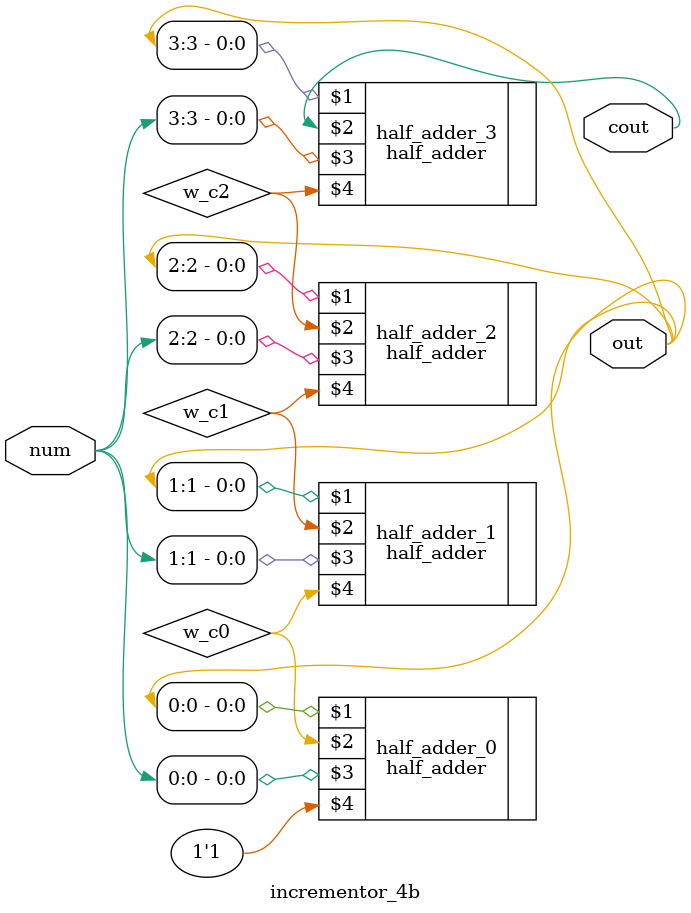
<source format=v>
module incrementor_4b(out, cout, num);
    //4 bit Incrementor
    output [3:0] out;
    output cout; //Indicates overflow
    input [3:0] num;
    wire w_c0, w_c1, w_c2;

    half_adder half_adder_0(out[0], w_c0, num[0], 1'b1);
    half_adder half_adder_1(out[1], w_c1, num[1], w_c0);
    half_adder half_adder_2(out[2], w_c2, num[2], w_c1);
    half_adder half_adder_3(out[3], cout, num[3], w_c2);

endmodule
</source>
